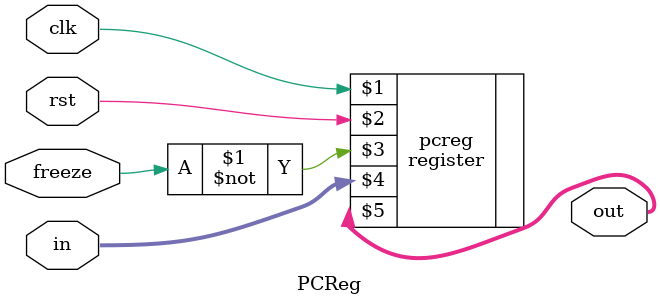
<source format=v>
module PCReg (
    input freeze,clk,rst,
    input [31:0] in,
    output [31:0] out
);
    register #(32) pcreg (clk, rst, ~freeze,in, out);
endmodule
</source>
